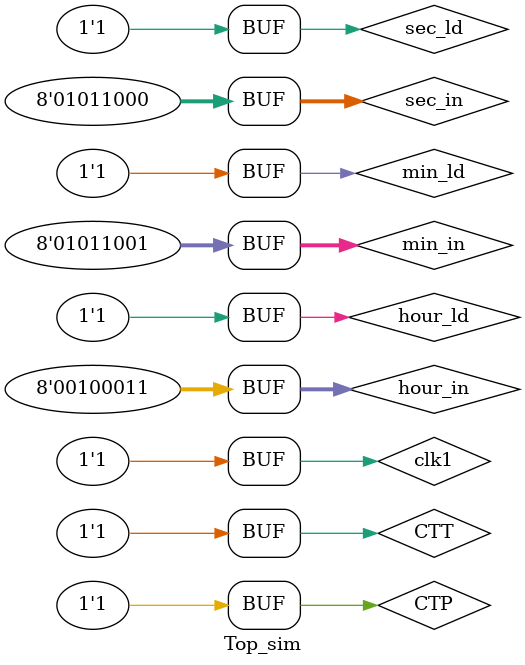
<source format=v>
`timescale 1ns / 1ps
module Top_sim;

	// Inputs
	reg clk1;
	reg CTT;
	reg CTP;
	reg [7:0] hour_in;
	reg [7:0] min_in;
	reg [7:0] sec_in;
	reg hour_ld;
	reg min_ld;
	reg sec_ld;

	// Outputs
	wire clk;
	wire [23:0] num;
	wire SEG_CLK;
	wire SEG_DT;
	wire [63:0] disp_num;

	// Instantiate the Unit Under Test (UUT)
	Top uut (
		.clk1(clk1), 
		.CTT(CTT), 
		.CTP(CTP), 
		.hour_in(hour_in), 
		.min_in(min_in), 
		.sec_in(sec_in), 
		.hour_ld(hour_ld), 
		.min_ld(min_ld), 
		.sec_ld(sec_ld), 
		.clk(clk), 
		.num(num), 
		.SEG_CLK(SEG_CLK), 
		.SEG_DT(SEG_DT), 
		.disp_num(disp_num)
	);

	initial begin
		// Initialize Inputs
		clk1 = 0;
		CTT = 0;
		CTP = 0;
		hour_in = 0;
		min_in = 0;
		sec_in = 0;
		hour_ld = 0;
		min_ld = 0;
		sec_ld = 0;

		// Wait 100 ns for global reset to finish
		#100;
      #100;
		 CTT=0;
		 CTP=0;

		 sec_ld = 1;
		 min_ld = 1;
		 hour_ld = 1;
		 // Add stimulus here
		 hour_in[7:4]=2;
		 hour_in[3:0]=3;
		 min_in[7:4]=5;
		 min_in[3:0]=9;
		 sec_in[7:4]=5;
		 sec_in[3:0]=8;
		 CTT=0;
		 CTP=0;
		 #500;
		 sec_ld = 0;
		 min_ld = 0;
		 hour_ld = 0;
		 #3000;
		 sec_ld = 1;
		 min_ld = 1;
		 hour_ld = 1;
		 CTT=1;
		 CTP=1;

		 end
		 always begin
			clk1=0;#10;
			clk1=1;#10;
		 end  
		// Add stimulus here

      
endmodule


</source>
